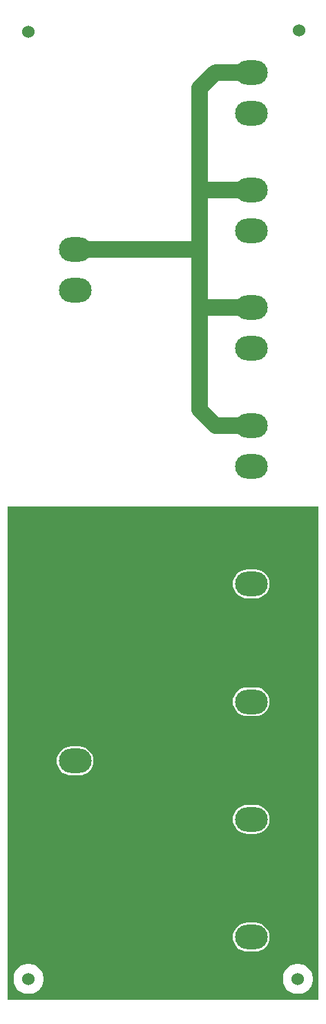
<source format=gtl>
G04*
G04 #@! TF.GenerationSoftware,Altium Limited,CircuitMaker,2.0.3 (51)*
G04*
G04 Layer_Physical_Order=1*
G04 Layer_Color=25308*
%FSAX24Y24*%
%MOIN*%
G70*
G04*
G04 #@! TF.SameCoordinates,AC49E966-F875-4E81-9CB4-5C45FD5EEA16*
G04*
G04*
G04 #@! TF.FilePolarity,Positive*
G04*
G01*
G75*
%ADD16C,0.0800*%
%ADD17C,0.0400*%
%ADD18O,0.1575X0.1181*%
%ADD19C,0.0600*%
G36*
X051600Y002300D02*
X036600D01*
Y026100D01*
X051600D01*
Y002300D01*
D02*
G37*
%LPC*%
G36*
X048547Y023045D02*
X048153D01*
X048018Y023032D01*
X047888Y022993D01*
X047768Y022928D01*
X047662Y022842D01*
X047576Y022737D01*
X047512Y022617D01*
X047473Y022487D01*
X047459Y022351D01*
X047473Y022216D01*
X047512Y022086D01*
X047576Y021966D01*
X047662Y021861D01*
X047768Y021775D01*
X047888Y021710D01*
X048018Y021671D01*
X048153Y021658D01*
X048547D01*
X048682Y021671D01*
X048812Y021710D01*
X048932Y021775D01*
X049038Y021861D01*
X049124Y021966D01*
X049188Y022086D01*
X049227Y022216D01*
X049241Y022351D01*
X049227Y022487D01*
X049188Y022617D01*
X049124Y022737D01*
X049038Y022842D01*
X048932Y022928D01*
X048812Y022993D01*
X048682Y023032D01*
X048547Y023045D01*
D02*
G37*
G36*
X048650Y018944D02*
X048350D01*
X048272Y018934D01*
X048199Y018903D01*
X048136Y018855D01*
X048088Y018793D01*
X048058Y018720D01*
X048047Y018641D01*
X048058Y018563D01*
X048088Y018490D01*
X048136Y018427D01*
X048199Y018379D01*
X048272Y018349D01*
X048350Y018339D01*
X048650D01*
X048728Y018349D01*
X048801Y018379D01*
X048864Y018427D01*
X048912Y018490D01*
X048942Y018563D01*
X048953Y018641D01*
X048942Y018720D01*
X048912Y018793D01*
X048864Y018855D01*
X048801Y018903D01*
X048728Y018934D01*
X048650Y018944D01*
D02*
G37*
G36*
X048547Y017367D02*
X048153D01*
X048018Y017353D01*
X047888Y017314D01*
X047768Y017250D01*
X047662Y017164D01*
X047576Y017058D01*
X047512Y016938D01*
X047473Y016808D01*
X047459Y016673D01*
X047473Y016538D01*
X047512Y016407D01*
X047576Y016287D01*
X047662Y016182D01*
X047768Y016096D01*
X047888Y016032D01*
X048018Y015992D01*
X048153Y015979D01*
X048547D01*
X048682Y015992D01*
X048812Y016032D01*
X048932Y016096D01*
X049038Y016182D01*
X049124Y016287D01*
X049188Y016407D01*
X049227Y016538D01*
X049241Y016673D01*
X049227Y016808D01*
X049188Y016938D01*
X049124Y017058D01*
X049038Y017164D01*
X048932Y017250D01*
X048812Y017314D01*
X048682Y017353D01*
X048547Y017367D01*
D02*
G37*
G36*
X040047Y014510D02*
X039653D01*
X039518Y014496D01*
X039388Y014457D01*
X039268Y014393D01*
X039162Y014306D01*
X039076Y014201D01*
X039012Y014081D01*
X038973Y013951D01*
X038959Y013816D01*
X038973Y013680D01*
X039012Y013550D01*
X039076Y013430D01*
X039162Y013325D01*
X039268Y013239D01*
X039388Y013175D01*
X039518Y013135D01*
X039653Y013122D01*
X040047D01*
X040182Y013135D01*
X040312Y013175D01*
X040432Y013239D01*
X040538Y013325D01*
X040624Y013430D01*
X040688Y013550D01*
X040727Y013680D01*
X040741Y013816D01*
X040727Y013951D01*
X040688Y014081D01*
X040624Y014201D01*
X040538Y014306D01*
X040432Y014393D01*
X040312Y014457D01*
X040182Y014496D01*
X040047Y014510D01*
D02*
G37*
G36*
X048650Y013265D02*
X048350D01*
X048272Y013255D01*
X048199Y013225D01*
X048136Y013177D01*
X048088Y013114D01*
X048058Y013041D01*
X048047Y012963D01*
X048058Y012885D01*
X048088Y012812D01*
X048136Y012749D01*
X048199Y012701D01*
X048272Y012671D01*
X048350Y012660D01*
X048650D01*
X048728Y012671D01*
X048801Y012701D01*
X048864Y012749D01*
X048912Y012812D01*
X048942Y012885D01*
X048953Y012963D01*
X048942Y013041D01*
X048912Y013114D01*
X048864Y013177D01*
X048801Y013225D01*
X048728Y013255D01*
X048650Y013265D01*
D02*
G37*
G36*
X048547Y011688D02*
X048153D01*
X048018Y011675D01*
X047888Y011635D01*
X047768Y011571D01*
X047662Y011485D01*
X047576Y011380D01*
X047512Y011260D01*
X047473Y011130D01*
X047459Y010994D01*
X047473Y010859D01*
X047512Y010729D01*
X047576Y010609D01*
X047662Y010504D01*
X047768Y010417D01*
X047888Y010353D01*
X048018Y010314D01*
X048153Y010300D01*
X048547D01*
X048682Y010314D01*
X048812Y010353D01*
X048932Y010417D01*
X049038Y010504D01*
X049124Y010609D01*
X049188Y010729D01*
X049227Y010859D01*
X049241Y010994D01*
X049227Y011130D01*
X049188Y011260D01*
X049124Y011380D01*
X049038Y011485D01*
X048932Y011571D01*
X048812Y011635D01*
X048682Y011675D01*
X048547Y011688D01*
D02*
G37*
G36*
X048650Y007587D02*
X048350D01*
X048272Y007577D01*
X048199Y007546D01*
X048136Y007498D01*
X048088Y007436D01*
X048058Y007363D01*
X048047Y007284D01*
X048058Y007206D01*
X048088Y007133D01*
X048136Y007070D01*
X048199Y007022D01*
X048272Y006992D01*
X048350Y006982D01*
X048650D01*
X048728Y006992D01*
X048801Y007022D01*
X048864Y007070D01*
X048912Y007133D01*
X048942Y007206D01*
X048953Y007284D01*
X048942Y007363D01*
X048912Y007436D01*
X048864Y007498D01*
X048801Y007546D01*
X048728Y007577D01*
X048650Y007587D01*
D02*
G37*
G36*
X048547Y006010D02*
X048153D01*
X048018Y005996D01*
X047888Y005957D01*
X047768Y005893D01*
X047662Y005806D01*
X047576Y005701D01*
X047512Y005581D01*
X047473Y005451D01*
X047459Y005316D01*
X047473Y005180D01*
X047512Y005050D01*
X047576Y004930D01*
X047662Y004825D01*
X047768Y004739D01*
X047888Y004675D01*
X048018Y004635D01*
X048153Y004622D01*
X048547D01*
X048682Y004635D01*
X048812Y004675D01*
X048932Y004739D01*
X049038Y004825D01*
X049124Y004930D01*
X049188Y005050D01*
X049227Y005180D01*
X049241Y005316D01*
X049227Y005451D01*
X049188Y005581D01*
X049124Y005701D01*
X049038Y005806D01*
X048932Y005893D01*
X048812Y005957D01*
X048682Y005996D01*
X048547Y006010D01*
D02*
G37*
G36*
X050671Y004025D02*
X050529D01*
X050389Y003997D01*
X050257Y003942D01*
X050138Y003863D01*
X050037Y003762D01*
X049958Y003643D01*
X049903Y003511D01*
X049875Y003371D01*
Y003229D01*
X049903Y003089D01*
X049958Y002957D01*
X050037Y002838D01*
X050138Y002737D01*
X050257Y002658D01*
X050389Y002603D01*
X050529Y002575D01*
X050671D01*
X050811Y002603D01*
X050943Y002658D01*
X051062Y002737D01*
X051163Y002838D01*
X051242Y002957D01*
X051297Y003089D01*
X051325Y003229D01*
Y003371D01*
X051297Y003511D01*
X051242Y003643D01*
X051163Y003762D01*
X051062Y003863D01*
X050943Y003942D01*
X050811Y003997D01*
X050671Y004025D01*
D02*
G37*
G36*
X037671D02*
X037529D01*
X037389Y003997D01*
X037257Y003942D01*
X037138Y003863D01*
X037037Y003762D01*
X036958Y003643D01*
X036903Y003511D01*
X036875Y003371D01*
Y003229D01*
X036903Y003089D01*
X036958Y002957D01*
X037037Y002838D01*
X037138Y002737D01*
X037257Y002658D01*
X037389Y002603D01*
X037529Y002575D01*
X037671D01*
X037811Y002603D01*
X037943Y002658D01*
X038062Y002737D01*
X038163Y002838D01*
X038242Y002957D01*
X038297Y003089D01*
X038325Y003229D01*
Y003371D01*
X038297Y003511D01*
X038242Y003643D01*
X038163Y003762D01*
X038062Y003863D01*
X037943Y003942D01*
X037811Y003997D01*
X037671Y004025D01*
D02*
G37*
%LPD*%
D16*
X046620Y029999D02*
X048350D01*
X046620Y047034D02*
X048350D01*
X045856Y046306D02*
X046620Y047034D01*
X045856Y041350D02*
Y046306D01*
Y030744D02*
X046620Y029999D01*
X045856Y030744D02*
Y035750D01*
Y038550D02*
Y041350D01*
Y035750D02*
Y038550D01*
X039850Y038484D02*
X045790D01*
X045929Y035677D02*
X048350D01*
X045861Y041356D02*
X048350D01*
D17*
X045790Y038484D02*
X045856Y038550D01*
X048350Y012963D02*
X048650D01*
X048350Y007284D02*
X048650D01*
X048350Y018641D02*
X048650D01*
X045856Y035750D02*
X045929Y035677D01*
X045856Y041350D02*
X045861Y041356D01*
X048350D02*
X048650D01*
X048350Y035677D02*
X048650D01*
X048350Y029999D02*
X048650D01*
D18*
X048350Y022351D02*
D03*
Y024320D02*
D03*
X039850Y015784D02*
D03*
Y013816D02*
D03*
Y038484D02*
D03*
Y036516D02*
D03*
X048350Y045066D02*
D03*
Y047034D02*
D03*
Y039387D02*
D03*
Y041356D02*
D03*
Y033709D02*
D03*
Y035677D02*
D03*
Y028030D02*
D03*
Y029999D02*
D03*
Y005316D02*
D03*
Y007284D02*
D03*
Y010994D02*
D03*
Y012963D02*
D03*
Y016673D02*
D03*
Y018641D02*
D03*
D19*
X037600Y003300D02*
D03*
X050600D02*
D03*
X050650Y049050D02*
D03*
X037600Y049000D02*
D03*
M02*

</source>
